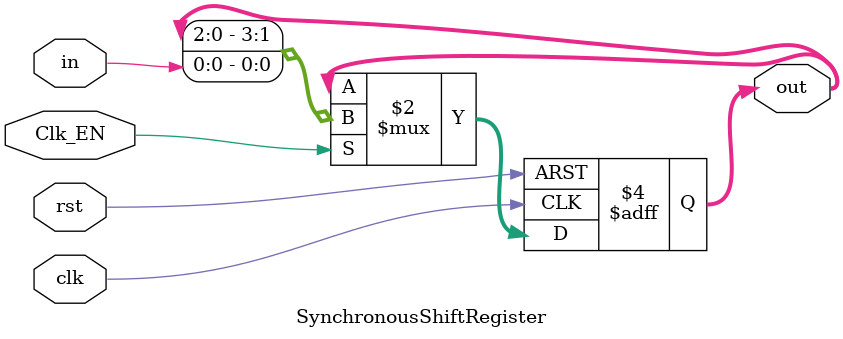
<source format=v>
`timescale 1ns/1ns

module SynchronousShiftRegister  #(parameter WIDTH = 4)(
  input wire clk,     // Clock input
  input wire rst,     // Reset input
  input wire Clk_EN,      // Enable input
  input wire in,      // Input data
  output reg [WIDTH-1:0] out // 4-bit shift register output
);

// Always block triggered by positive edge of the clock
always @(posedge clk or posedge rst) begin
  if (rst) // Reset the shift register if rst is asserted
    out <={WIDTH{1'b0}};
  else if (Clk_EN) // Only shift when the enable signal is active
    out <= {out[WIDTH-2:0], in}; // Shift left
end

endmodule

</source>
